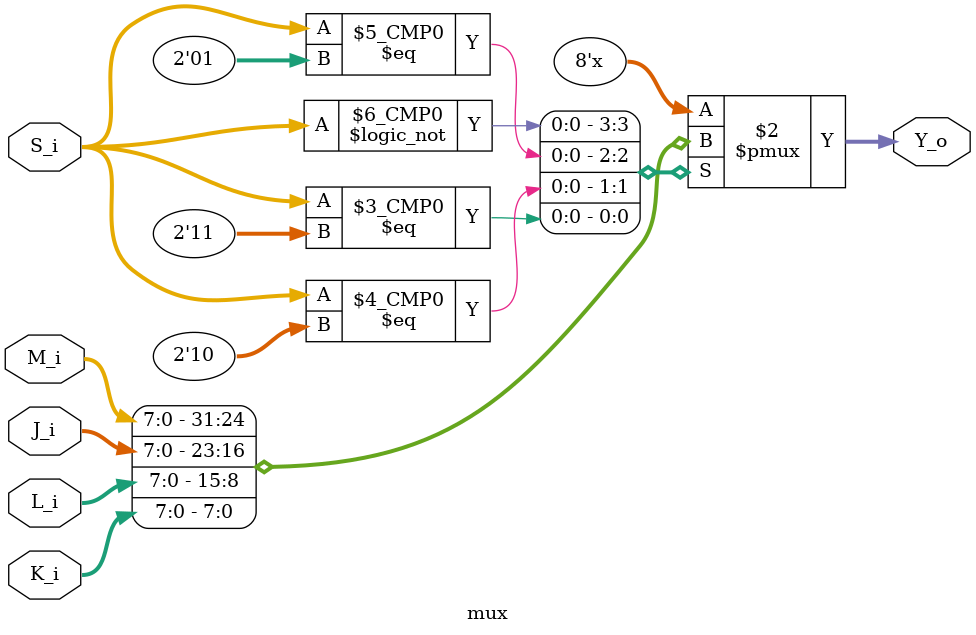
<source format=v>
`timescale 1ns / 1ps


module mux(S_i,J_i,K_i,L_i,M_i,Y_o);   
    input [1:0]S_i;
    input [7:0]J_i,K_i,L_i,M_i;
    output reg [7:0]Y_o;
    always @(*) begin
        case(S_i)
            2'b00: Y_o = M_i[7:0];
            2'b01: Y_o = J_i[7:0];
            2'b10: Y_o = L_i[7:0];
            2'b11: Y_o = K_i[7:0];
        endcase
    end
    
endmodule

</source>
